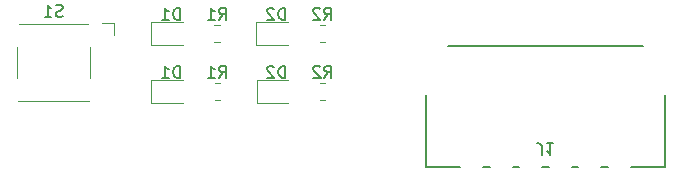
<source format=gbr>
%TF.GenerationSoftware,KiCad,Pcbnew,8.0.1*%
%TF.CreationDate,2025-07-26T20:51:06+02:00*%
%TF.ProjectId,SVX_Node_Case_front,5356585f-4e6f-4646-955f-436173655f66,rev?*%
%TF.SameCoordinates,Original*%
%TF.FileFunction,Legend,Bot*%
%TF.FilePolarity,Positive*%
%FSLAX46Y46*%
G04 Gerber Fmt 4.6, Leading zero omitted, Abs format (unit mm)*
G04 Created by KiCad (PCBNEW 8.0.1) date 2025-07-26 20:51:06*
%MOMM*%
%LPD*%
G01*
G04 APERTURE LIST*
%ADD10C,0.150000*%
%ADD11C,0.120000*%
%ADD12C,0.152400*%
G04 APERTURE END LIST*
D10*
X113596517Y-88164819D02*
X113596517Y-87164819D01*
X113596517Y-87164819D02*
X113358422Y-87164819D01*
X113358422Y-87164819D02*
X113215565Y-87212438D01*
X113215565Y-87212438D02*
X113120327Y-87307676D01*
X113120327Y-87307676D02*
X113072708Y-87402914D01*
X113072708Y-87402914D02*
X113025089Y-87593390D01*
X113025089Y-87593390D02*
X113025089Y-87736247D01*
X113025089Y-87736247D02*
X113072708Y-87926723D01*
X113072708Y-87926723D02*
X113120327Y-88021961D01*
X113120327Y-88021961D02*
X113215565Y-88117200D01*
X113215565Y-88117200D02*
X113358422Y-88164819D01*
X113358422Y-88164819D02*
X113596517Y-88164819D01*
X112644136Y-87260057D02*
X112596517Y-87212438D01*
X112596517Y-87212438D02*
X112501279Y-87164819D01*
X112501279Y-87164819D02*
X112263184Y-87164819D01*
X112263184Y-87164819D02*
X112167946Y-87212438D01*
X112167946Y-87212438D02*
X112120327Y-87260057D01*
X112120327Y-87260057D02*
X112072708Y-87355295D01*
X112072708Y-87355295D02*
X112072708Y-87450533D01*
X112072708Y-87450533D02*
X112120327Y-87593390D01*
X112120327Y-87593390D02*
X112691755Y-88164819D01*
X112691755Y-88164819D02*
X112072708Y-88164819D01*
X135316666Y-99595180D02*
X135316666Y-98880895D01*
X135316666Y-98880895D02*
X135269047Y-98738038D01*
X135269047Y-98738038D02*
X135173809Y-98642800D01*
X135173809Y-98642800D02*
X135030952Y-98595180D01*
X135030952Y-98595180D02*
X134935714Y-98595180D01*
X136316666Y-98595180D02*
X135745238Y-98595180D01*
X136030952Y-98595180D02*
X136030952Y-99595180D01*
X136030952Y-99595180D02*
X135935714Y-99452323D01*
X135935714Y-99452323D02*
X135840476Y-99357085D01*
X135840476Y-99357085D02*
X135745238Y-99309466D01*
X116926666Y-88154819D02*
X117259999Y-87678628D01*
X117498094Y-88154819D02*
X117498094Y-87154819D01*
X117498094Y-87154819D02*
X117117142Y-87154819D01*
X117117142Y-87154819D02*
X117021904Y-87202438D01*
X117021904Y-87202438D02*
X116974285Y-87250057D01*
X116974285Y-87250057D02*
X116926666Y-87345295D01*
X116926666Y-87345295D02*
X116926666Y-87488152D01*
X116926666Y-87488152D02*
X116974285Y-87583390D01*
X116974285Y-87583390D02*
X117021904Y-87631009D01*
X117021904Y-87631009D02*
X117117142Y-87678628D01*
X117117142Y-87678628D02*
X117498094Y-87678628D01*
X116545713Y-87250057D02*
X116498094Y-87202438D01*
X116498094Y-87202438D02*
X116402856Y-87154819D01*
X116402856Y-87154819D02*
X116164761Y-87154819D01*
X116164761Y-87154819D02*
X116069523Y-87202438D01*
X116069523Y-87202438D02*
X116021904Y-87250057D01*
X116021904Y-87250057D02*
X115974285Y-87345295D01*
X115974285Y-87345295D02*
X115974285Y-87440533D01*
X115974285Y-87440533D02*
X116021904Y-87583390D01*
X116021904Y-87583390D02*
X116593332Y-88154819D01*
X116593332Y-88154819D02*
X115974285Y-88154819D01*
X108016666Y-88154819D02*
X108349999Y-87678628D01*
X108588094Y-88154819D02*
X108588094Y-87154819D01*
X108588094Y-87154819D02*
X108207142Y-87154819D01*
X108207142Y-87154819D02*
X108111904Y-87202438D01*
X108111904Y-87202438D02*
X108064285Y-87250057D01*
X108064285Y-87250057D02*
X108016666Y-87345295D01*
X108016666Y-87345295D02*
X108016666Y-87488152D01*
X108016666Y-87488152D02*
X108064285Y-87583390D01*
X108064285Y-87583390D02*
X108111904Y-87631009D01*
X108111904Y-87631009D02*
X108207142Y-87678628D01*
X108207142Y-87678628D02*
X108588094Y-87678628D01*
X107064285Y-88154819D02*
X107635713Y-88154819D01*
X107349999Y-88154819D02*
X107349999Y-87154819D01*
X107349999Y-87154819D02*
X107445237Y-87297676D01*
X107445237Y-87297676D02*
X107540475Y-87392914D01*
X107540475Y-87392914D02*
X107635713Y-87440533D01*
X94761904Y-87857200D02*
X94619047Y-87904819D01*
X94619047Y-87904819D02*
X94380952Y-87904819D01*
X94380952Y-87904819D02*
X94285714Y-87857200D01*
X94285714Y-87857200D02*
X94238095Y-87809580D01*
X94238095Y-87809580D02*
X94190476Y-87714342D01*
X94190476Y-87714342D02*
X94190476Y-87619104D01*
X94190476Y-87619104D02*
X94238095Y-87523866D01*
X94238095Y-87523866D02*
X94285714Y-87476247D01*
X94285714Y-87476247D02*
X94380952Y-87428628D01*
X94380952Y-87428628D02*
X94571428Y-87381009D01*
X94571428Y-87381009D02*
X94666666Y-87333390D01*
X94666666Y-87333390D02*
X94714285Y-87285771D01*
X94714285Y-87285771D02*
X94761904Y-87190533D01*
X94761904Y-87190533D02*
X94761904Y-87095295D01*
X94761904Y-87095295D02*
X94714285Y-87000057D01*
X94714285Y-87000057D02*
X94666666Y-86952438D01*
X94666666Y-86952438D02*
X94571428Y-86904819D01*
X94571428Y-86904819D02*
X94333333Y-86904819D01*
X94333333Y-86904819D02*
X94190476Y-86952438D01*
X93238095Y-87904819D02*
X93809523Y-87904819D01*
X93523809Y-87904819D02*
X93523809Y-86904819D01*
X93523809Y-86904819D02*
X93619047Y-87047676D01*
X93619047Y-87047676D02*
X93714285Y-87142914D01*
X93714285Y-87142914D02*
X93809523Y-87190533D01*
X104696517Y-93074819D02*
X104696517Y-92074819D01*
X104696517Y-92074819D02*
X104458422Y-92074819D01*
X104458422Y-92074819D02*
X104315565Y-92122438D01*
X104315565Y-92122438D02*
X104220327Y-92217676D01*
X104220327Y-92217676D02*
X104172708Y-92312914D01*
X104172708Y-92312914D02*
X104125089Y-92503390D01*
X104125089Y-92503390D02*
X104125089Y-92646247D01*
X104125089Y-92646247D02*
X104172708Y-92836723D01*
X104172708Y-92836723D02*
X104220327Y-92931961D01*
X104220327Y-92931961D02*
X104315565Y-93027200D01*
X104315565Y-93027200D02*
X104458422Y-93074819D01*
X104458422Y-93074819D02*
X104696517Y-93074819D01*
X103172708Y-93074819D02*
X103744136Y-93074819D01*
X103458422Y-93074819D02*
X103458422Y-92074819D01*
X103458422Y-92074819D02*
X103553660Y-92217676D01*
X103553660Y-92217676D02*
X103648898Y-92312914D01*
X103648898Y-92312914D02*
X103744136Y-92360533D01*
X116936666Y-93064819D02*
X117269999Y-92588628D01*
X117508094Y-93064819D02*
X117508094Y-92064819D01*
X117508094Y-92064819D02*
X117127142Y-92064819D01*
X117127142Y-92064819D02*
X117031904Y-92112438D01*
X117031904Y-92112438D02*
X116984285Y-92160057D01*
X116984285Y-92160057D02*
X116936666Y-92255295D01*
X116936666Y-92255295D02*
X116936666Y-92398152D01*
X116936666Y-92398152D02*
X116984285Y-92493390D01*
X116984285Y-92493390D02*
X117031904Y-92541009D01*
X117031904Y-92541009D02*
X117127142Y-92588628D01*
X117127142Y-92588628D02*
X117508094Y-92588628D01*
X116555713Y-92160057D02*
X116508094Y-92112438D01*
X116508094Y-92112438D02*
X116412856Y-92064819D01*
X116412856Y-92064819D02*
X116174761Y-92064819D01*
X116174761Y-92064819D02*
X116079523Y-92112438D01*
X116079523Y-92112438D02*
X116031904Y-92160057D01*
X116031904Y-92160057D02*
X115984285Y-92255295D01*
X115984285Y-92255295D02*
X115984285Y-92350533D01*
X115984285Y-92350533D02*
X116031904Y-92493390D01*
X116031904Y-92493390D02*
X116603332Y-93064819D01*
X116603332Y-93064819D02*
X115984285Y-93064819D01*
X113606517Y-93074819D02*
X113606517Y-92074819D01*
X113606517Y-92074819D02*
X113368422Y-92074819D01*
X113368422Y-92074819D02*
X113225565Y-92122438D01*
X113225565Y-92122438D02*
X113130327Y-92217676D01*
X113130327Y-92217676D02*
X113082708Y-92312914D01*
X113082708Y-92312914D02*
X113035089Y-92503390D01*
X113035089Y-92503390D02*
X113035089Y-92646247D01*
X113035089Y-92646247D02*
X113082708Y-92836723D01*
X113082708Y-92836723D02*
X113130327Y-92931961D01*
X113130327Y-92931961D02*
X113225565Y-93027200D01*
X113225565Y-93027200D02*
X113368422Y-93074819D01*
X113368422Y-93074819D02*
X113606517Y-93074819D01*
X112654136Y-92170057D02*
X112606517Y-92122438D01*
X112606517Y-92122438D02*
X112511279Y-92074819D01*
X112511279Y-92074819D02*
X112273184Y-92074819D01*
X112273184Y-92074819D02*
X112177946Y-92122438D01*
X112177946Y-92122438D02*
X112130327Y-92170057D01*
X112130327Y-92170057D02*
X112082708Y-92265295D01*
X112082708Y-92265295D02*
X112082708Y-92360533D01*
X112082708Y-92360533D02*
X112130327Y-92503390D01*
X112130327Y-92503390D02*
X112701755Y-93074819D01*
X112701755Y-93074819D02*
X112082708Y-93074819D01*
X104686517Y-88164819D02*
X104686517Y-87164819D01*
X104686517Y-87164819D02*
X104448422Y-87164819D01*
X104448422Y-87164819D02*
X104305565Y-87212438D01*
X104305565Y-87212438D02*
X104210327Y-87307676D01*
X104210327Y-87307676D02*
X104162708Y-87402914D01*
X104162708Y-87402914D02*
X104115089Y-87593390D01*
X104115089Y-87593390D02*
X104115089Y-87736247D01*
X104115089Y-87736247D02*
X104162708Y-87926723D01*
X104162708Y-87926723D02*
X104210327Y-88021961D01*
X104210327Y-88021961D02*
X104305565Y-88117200D01*
X104305565Y-88117200D02*
X104448422Y-88164819D01*
X104448422Y-88164819D02*
X104686517Y-88164819D01*
X103162708Y-88164819D02*
X103734136Y-88164819D01*
X103448422Y-88164819D02*
X103448422Y-87164819D01*
X103448422Y-87164819D02*
X103543660Y-87307676D01*
X103543660Y-87307676D02*
X103638898Y-87402914D01*
X103638898Y-87402914D02*
X103734136Y-87450533D01*
X108026666Y-93064819D02*
X108359999Y-92588628D01*
X108598094Y-93064819D02*
X108598094Y-92064819D01*
X108598094Y-92064819D02*
X108217142Y-92064819D01*
X108217142Y-92064819D02*
X108121904Y-92112438D01*
X108121904Y-92112438D02*
X108074285Y-92160057D01*
X108074285Y-92160057D02*
X108026666Y-92255295D01*
X108026666Y-92255295D02*
X108026666Y-92398152D01*
X108026666Y-92398152D02*
X108074285Y-92493390D01*
X108074285Y-92493390D02*
X108121904Y-92541009D01*
X108121904Y-92541009D02*
X108217142Y-92588628D01*
X108217142Y-92588628D02*
X108598094Y-92588628D01*
X107074285Y-93064819D02*
X107645713Y-93064819D01*
X107359999Y-93064819D02*
X107359999Y-92064819D01*
X107359999Y-92064819D02*
X107455237Y-92207676D01*
X107455237Y-92207676D02*
X107550475Y-92302914D01*
X107550475Y-92302914D02*
X107645713Y-92350533D01*
D11*
%TO.C,D2*%
X111173423Y-88390000D02*
X111173423Y-90310000D01*
X111173423Y-90310000D02*
X113858423Y-90310000D01*
X113858423Y-88390000D02*
X111173423Y-88390000D01*
D12*
%TO.C,J1*%
X125528100Y-94538540D02*
X125528100Y-100626999D01*
X125528100Y-100626999D02*
X128419560Y-100626999D01*
X130380440Y-100626999D02*
X130919560Y-100626999D01*
X132880440Y-100626999D02*
X133419560Y-100626999D01*
X135380440Y-100626999D02*
X135919560Y-100626999D01*
X137880440Y-100626999D02*
X138419560Y-100626999D01*
X140380440Y-100626999D02*
X140919560Y-100626999D01*
X142880440Y-100626999D02*
X145771900Y-100626999D01*
X143865559Y-90365399D02*
X127434441Y-90365399D01*
X145771900Y-100626999D02*
X145771900Y-94538540D01*
D11*
%TO.C,R2*%
X116532936Y-88615000D02*
X116987064Y-88615000D01*
X116532936Y-90085000D02*
X116987064Y-90085000D01*
%TO.C,R1*%
X107622936Y-88615000D02*
X108077064Y-88615000D01*
X107622936Y-90085000D02*
X108077064Y-90085000D01*
%TO.C,S1*%
X90900000Y-93050000D02*
X90900000Y-90450000D01*
X96900000Y-88500000D02*
X91100000Y-88500000D01*
X97000000Y-95000000D02*
X91000000Y-95000000D01*
X97100000Y-93050000D02*
X97100000Y-90450000D01*
X98100000Y-88450000D02*
X99100000Y-88450000D01*
X99100000Y-88450000D02*
X99100000Y-89450000D01*
%TO.C,D1*%
X102273423Y-93300000D02*
X102273423Y-95220000D01*
X102273423Y-95220000D02*
X104958423Y-95220000D01*
X104958423Y-93300000D02*
X102273423Y-93300000D01*
%TO.C,R2*%
X116542936Y-93525000D02*
X116997064Y-93525000D01*
X116542936Y-94995000D02*
X116997064Y-94995000D01*
%TO.C,D2*%
X111183423Y-93300000D02*
X111183423Y-95220000D01*
X111183423Y-95220000D02*
X113868423Y-95220000D01*
X113868423Y-93300000D02*
X111183423Y-93300000D01*
%TO.C,D1*%
X102263423Y-88390000D02*
X102263423Y-90310000D01*
X102263423Y-90310000D02*
X104948423Y-90310000D01*
X104948423Y-88390000D02*
X102263423Y-88390000D01*
%TO.C,R1*%
X107632936Y-93525000D02*
X108087064Y-93525000D01*
X107632936Y-94995000D02*
X108087064Y-94995000D01*
%TD*%
M02*

</source>
